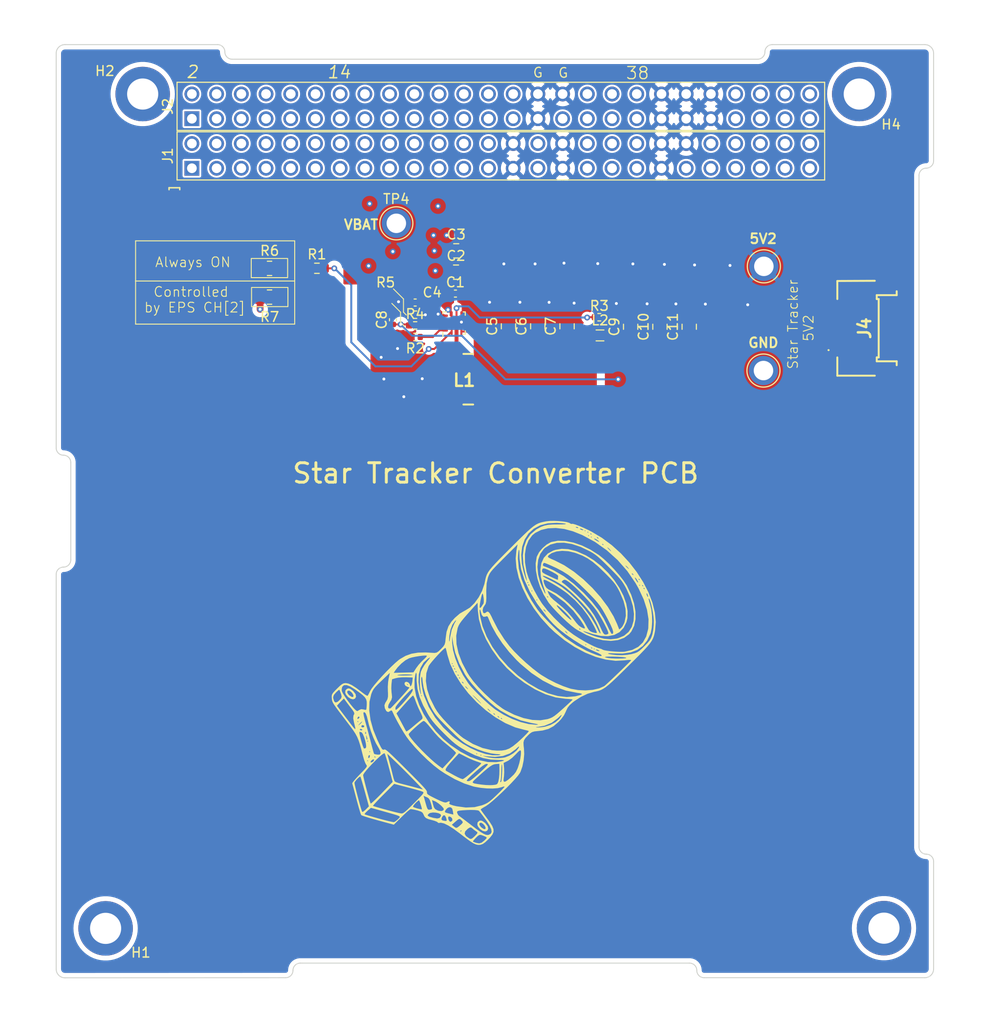
<source format=kicad_pcb>
(kicad_pcb (version 20240108) (generator "pcbnew") (generator_version "8.0")
  (layers (0 "F.Cu" signal) (1 "In1.Cu" signal) (2 "In2.Cu" signal) (31 "B.Cu" signal) (34 "B.Paste" user) (35 "F.Paste" user) (36 "B.SilkS" user "B.Silkscreen") (37 "F.SilkS" user "F.Silkscreen") (38 "B.Mask" user) (39 "F.Mask" user) (44 "Edge.Cuts" user))
  (net 0 "")
  (net 1 "Net-(U1-SW)")
  (net 2 "GND")
  (net 3 "Net-(U1-NR{slash}SS)")
  (net 4 "Net-(U1-VO)")
  (net 5 "Net-(U1-FB)")
  (net 6 "5V2_STR")
  (net 7 "Net-(U1-EN{slash}SYNC)")
  (net 8 "Net-(U1-S-CONF)")
  (net 9 "/P5V_RF_PG")
  (net 39 "GNSS_PPS")
  (net 54 "JTMS-SWDIO")
  (net 56 "3V3_D")
  (net 60 "EPS_VBAT")
  (net 65 "JTDO-SWOTRACE")
  (net 71 "JTCK-SWCLK")
  (net 77 "unconnected-(J2-Pin_21-Pad21)")
  (net 78 "MCU_NRSTD")
  (net 92 "Net-(R1-Pad1)")
  (net 93 "5V_PANELS")
  (net 94 "BUS_SDA")
  (net 95 "BUS_SCL")
  (net 96 "CAN_A+")
  (net 97 "CAN_A-")
  (net 98 "CAN_B-")
  (net 99 "CAN_B+")
  (footprint "TestPoint:TestPoint_Plated_Hole_D2.0mm" (layer "F.Cu") (at 154.5 83.59)
    (property "Reference" "TP4" (at 0 -2.498 0) (layer "F.SilkS"))
    (property "Value" "Vbat")
    (pad "1" thru_hole circle (at 0 0) (size 3 3) (drill 2) (layers "*.Cu" "*.Mask") (net 60 "EPS_VBAT"))
  )
  (footprint "Resistor_SMD:R_0402_1005Metric_Pad0.72x0.64mm_HandSolder" (layer "F.Cu") (at 156.435 94.08)
    (property "Reference" "R4" (at 0 -1.17 0) (layer "F.SilkS"))
    (property "Value" "26.7k")
    (pad "1" smd roundrect (at -0.5975 0) (size 0.715 0.64) (layers "F.Cu" "F.Paste" "F.Mask") (net 6 "5V2_STR"))
    (pad "2" smd roundrect (at 0.5975 0) (size 0.715 0.64) (layers "F.Cu" "F.Paste" "F.Mask") (net 5 "Net-(U1-FB)"))
  )
  (footprint "LOGO" (layer "F.Cu") (at 166.353202 130.988503 -45)
    (property "Reference" "G***" (hide yes))
    (property "Value" "LOGO" (hide yes))
  )
  (footprint "Capacitor_SMD:C_0805_2012Metric" (layer "F.Cu") (at 169.035 94.17 90)
    (property "Reference" "C6" (at 0 -1.68 -90) (layer "F.SilkS"))
    (property "Value" "22uF")
    (pad "1" smd roundrect (at -0.95 0 90) (size 1 1.45) (layers "F.Cu" "F.Paste" "F.Mask") (net 4 "Net-(U1-VO)"))
    (pad "2" smd roundrect (at 0.95 0 90) (size 1 1.45) (layers "F.Cu" "F.Paste" "F.Mask") (net 2 "GND"))
  )
  (footprint "Resistor_SMD:R_0805_2012Metric_Pad1.20x1.40mm_HandSolder" (layer "F.Cu") (at 141.47 88.22)
    (property "Reference" "R6" (at 0.01 -1.81 0) (layer "F.SilkS"))
    (property "Value" "0")
    (pad "1" smd roundrect (at -1 0) (size 1.2 1.4) (layers "F.Cu" "F.Paste" "F.Mask") (roundrect_rratio 0.208333) (net 60 "EPS_VBAT"))
    (pad "2" smd roundrect (at 1 0) (size 1.2 1.4) (layers "F.Cu" "F.Paste" "F.Mask") (roundrect_rratio 0.208333) (net 92 "Net-(R1-Pad1)"))
  )
  (footprint "TPS62913:Texas_VQFN-10-HR_2x2_Pitch0.5mm" (layer "F.Cu") (at 160.435 93.84 90)
    (property "Reference" "U1" (hide yes))
    (property "Value" "TPS62913")
    (pad "1" smd roundrect (at -0.875 -0.25 180) (size 0.2 0.65) (layers "F.Cu" "F.Paste" "F.Mask") (net 7 "Net-(U1-EN{slash}SYNC)"))
    (pad "2" smd roundrect (at -0.7 0.25 180) (size 0.2 1) (layers "F.Cu" "F.Paste" "F.Mask") (net 1 "Net-(U1-SW)"))
    (pad "3" smd roundrect (at -0.875 0.75 180) (size 0.2 0.65) (layers "F.Cu" "F.Paste" "F.Mask") (net 4 "Net-(U1-VO)"))
    (pad "4" smd roundrect (at 0.7 0.75 180) (size 0.2 1) (layers "F.Cu" "F.Paste" "F.Mask") (net 2 "GND"))
    (pad "5" smd roundrect (at 0.875 0.25 180) (size 0.2 0.65) (layers "F.Cu" "F.Paste" "F.Mask") (net 9 "/P5V_RF_PG"))
    (pad "6" smd roundrect (at 0.7 -0.25 180) (size 0.2 1) (layers "F.Cu" "F.Paste" "F.Mask") (net 60 "EPS_VBAT"))
    (pad "7" smd roundrect (at 0.75 -0.925 270) (size 0.25 0.55) (layers "F.Cu" "F.Paste" "F.Mask") (net 2 "GND"))
    (pad "8" smd roundrect (at 0.25 -0.925 270) (size 0.25 0.55) (layers "F.Cu" "F.Paste" "F.Mask") (net 3 "Net-(U1-NR{slash}SS)"))
    (pad "9" smd roundrect (at -0.25 -0.925 270) (size 0.25 0.55) (layers "F.Cu" "F.Paste" "F.Mask") (net 5 "Net-(U1-FB)"))
    (pad "10" smd roundrect (at -0.75 -0.925 90) (size 0.25 0.55) (layers "F.Cu" "F.Paste" "F.Mask") (net 8 "Net-(U1-S-CONF)"))
  )
  (footprint "ASPI-0520LR-2R2M-T2:ASPI-0504-100M-T" (layer "F.Cu") (at 161.895 99.61)
    (property "Reference" "L1" (at -0.416 0.108 0) (layer "F.SilkS") (effects (font (size 1.27 1.27) (thickness 0.254))))
    (property "Value" "2.2u" (hide yes))
    (pad "1" smd rect (at -1.85 0) (size 1.8 5) (layers "F.Cu" "F.Paste" "F.Mask") (net 1 "Net-(U1-SW)"))
    (pad "2" smd rect (at 1.85 0) (size 1.8 5) (layers "F.Cu" "F.Paste" "F.Mask") (net 4 "Net-(U1-VO)"))
  )
  (footprint "Capacitor_SMD:C_0402_1005Metric" (layer "F.Cu") (at 160.575 90.81)
    (property "Reference" "C1" (at 0 -1.16 0) (layer "F.SilkS"))
    (property "Value" "2.2n")
    (pad "1" smd roundrect (at -0.48 0) (size 0.56 0.62) (layers "F.Cu" "F.Paste" "F.Mask") (net 60 "EPS_VBAT"))
    (pad "2" smd roundrect (at 0.48 0) (size 0.56 0.62) (layers "F.Cu" "F.Paste" "F.Mask") (net 2 "GND"))
  )
  (footprint "TestPoint:TestPoint_Plated_Hole_D2.0mm" (layer "F.Cu") (at 192.27 88.01)
    (property "Reference" "TP3" (hide yes))
    (property "Value" "GND")
    (pad "1" thru_hole circle (at 0 0) (size 3 3) (drill 2) (layers "*.Cu" "*.Mask") (net 2 "GND"))
  )
  (footprint "Inductor_SMD:L_0805_2012Metric" (layer "F.Cu") (at 175.43 95.11)
    (property "Reference" "L2" (at 0 -1.55 0) (layer "F.SilkS"))
    (property "Value" "0u")
    (pad "1" smd roundrect (at -1.0625 0) (size 0.875 1.2) (layers "F.Cu" "F.Paste" "F.Mask") (net 4 "Net-(U1-VO)"))
    (pad "2" smd roundrect (at 1.0625 0) (size 0.875 1.2) (layers "F.Cu" "F.Paste" "F.Mask") (net 6 "5V2_STR"))
  )
  (footprint "Capacitor_SMD:C_0402_1005Metric" (layer "F.Cu") (at 156.435 91.73 180)
    (property "Reference" "C4" (at -1.75 1.04 180) (layer "F.SilkS"))
    (property "Value" "2.2u")
    (pad "1" smd roundrect (at -0.48 0 180) (size 0.56 0.62) (layers "F.Cu" "F.Paste" "F.Mask") (net 3 "Net-(U1-NR{slash}SS)"))
    (pad "2" smd roundrect (at 0.48 0 180) (size 0.56 0.62) (layers "F.Cu" "F.Paste" "F.Mask") (net 2 "GND"))
  )
  (footprint "Capacitor_SMD:C_0402_1005Metric" (layer "F.Cu") (at 154.155 93.5 90)
    (property "Reference" "C8" (at 0 -1.16 -90) (layer "F.SilkS"))
    (property "Value" "100n")
    (pad "1" smd roundrect (at -0.48 0 90) (size 0.56 0.62) (layers "F.Cu" "F.Paste" "F.Mask") (net 6 "5V2_STR"))
    (pad "2" smd roundrect (at 0.48 0 90) (size 0.56 0.62) (layers "F.Cu" "F.Paste" "F.Mask") (net 5 "Net-(U1-FB)"))
  )
  (footprint "Capacitor_SMD:C_0805_2012Metric" (layer "F.Cu") (at 184.6 94.22 90)
    (property "Reference" "C11" (at 0 -1.68 -90) (layer "F.SilkS"))
    (property "Value" "22uF")
    (pad "1" smd roundrect (at -0.95 0 90) (size 1 1.45) (layers "F.Cu" "F.Paste" "F.Mask") (net 6 "5V2_STR"))
    (pad "2" smd roundrect (at 0.95 0 90) (size 1 1.45) (layers "F.Cu" "F.Paste" "F.Mask") (net 2 "GND"))
  )
  (footprint "Resistor_SMD:R_0402_1005Metric" (layer "F.Cu") (at 156.445 92.98)
    (property "Reference" "R5" (at -3.05 -3.31 0) (layer "F.SilkS"))
    (property "Value" "4.87k")
    (pad "1" smd roundrect (at -0.51 0) (size 0.54 0.64) (layers "F.Cu" "F.Paste" "F.Mask") (net 5 "Net-(U1-FB)"))
    (pad "2" smd roundrect (at 0.51 0) (size 0.54 0.64) (layers "F.Cu" "F.Paste" "F.Mask") (net 2 "GND"))
  )
  (footprint "librecube_pcb_template:ESQ-126-39-x-D" (layer "F.Cu") (at 133.49 72.84)
    (property "Reference" "J2" (at -2.48 -1.27 90) (layer "F.SilkS"))
    (property "Value" "Η2")
    (pad "1" thru_hole rect (at 0 0) (size 1.524 1.524) (drill 1) (layers "*.Cu" "*.Mask") (net 98 "CAN_B-") (clearance 0.2))
    (pad "2" thru_hole circle (at 0 -2.54) (size 1.524 1.524) (drill 1) (layers "*.Cu" "*.Mask") (clearance 0.2))
    (pad "3" thru_hole circle (at 2.54 0) (size 1.524 1.524) (drill 1) (layers "*.Cu" "*.Mask") (net 99 "CAN_B+") (clearance 0.2))
    (pad "4" thru_hole circle (at 2.54 -2.54) (size 1.524 1.524) (drill 1) (layers "*.Cu" "*.Mask") (clearance 0.2))
    (pad "5" thru_hole circle (at 5.08 0) (size 1.524 1.524) (drill 1) (layers "*.Cu" "*.Mask") (clearance 0.2))
    (pad "6" thru_hole circle (at 5.08 -2.54) (size 1.524 1.524) (drill 1) (layers "*.Cu" "*.Mask") (net 65 "JTDO-SWOTRACE") (clearance 0.2))
    (pad "7" thru_hole circle (at 7.62 0) (size 1.524 1.524) (drill 1) (layers "*.Cu" "*.Mask") (net 54 "JTMS-SWDIO") (clearance 0.2))
    (pad "8" thru_hole circle (at 7.62 -2.54) (size 1.524 1.524) (drill 1) (layers "*.Cu" "*.Mask") (net 71 "JTCK-SWCLK") (clearance 0.2))
    (pad "9" thru_hole circle (at 10.16 0) (size 1.524 1.524) (drill 1) (layers "*.Cu" "*.Mask") (net 78 "MCU_NRSTD") (clearance 0.2))
    (pad "10" thru_hole circle (at 10.16 -2.54) (size 1.524 1.524) (drill 1) (layers "*.Cu" "*.Mask") (net 56 "3V3_D") (clearance 0.2))
    (pad "11" thru_hole circle (at 12.7 0) (size 1.524 1.524) (drill 1) (layers "*.Cu" "*.Mask") (clearance 0.2))
    (pad "12" thru_hole circle (at 12.7 -2.54) (size 1.524 1.524) (drill 1) (layers "*.Cu" "*.Mask") (clearance 0.2))
    (pad "13" thru_hole circle (at 15.24 0) (size 1.524 1.524) (drill 1) (layers "*.Cu" "*.Mask") (clearance 0.2))
    (pad "14" thru_hole circle (at 15.24 -2.54) (size 1.524 1.524) (drill 1) (layers "*.Cu" "*.Mask") (clearance 0.2))
    (pad "15" thru_hole circle (at 17.78 0) (size 1.524 1.524) (drill 1) (layers "*.Cu" "*.Mask") (clearance 0.2))
    (pad "16" thru_hole circle (at 17.78 -2.54) (size 1.524 1.524) (drill 1) (layers "*.Cu" "*.Mask") (clearance 0.2))
    (pad "17" thru_hole circle (at 20.32 0) (size 1.524 1.524) (drill 1) (layers "*.Cu" "*.Mask") (clearance 0.2))
    (pad "18" thru_hole circle (at 20.32 -2.54) (size 1.524 1.524) (drill 1) (layers "*.Cu" "*.Mask") (clearance 0.2))
    (pad "19" thru_hole circle (at 22.86 0) (size 1.524 1.524) (drill 1) (layers "*.Cu" "*.Mask") (clearance 0.2))
    (pad "20" thru_hole circle (at 22.86 -2.54) (size 1.524 1.524) (drill 1) (layers "*.Cu" "*.Mask") (clearance 0.2))
    (pad "21" thru_hole circle (at 25.4 0) (size 1.524 1.524) (drill 1) (layers "*.Cu" "*.Mask") (net 77 "unconnected-(J2-Pin_21-Pad21)") (clearance 0.2))
    (pad "22" thru_hole circle (at 25.4 -2.54) (size 1.524 1.524) (drill 1) (layers "*.Cu" "*.Mask") (clearance 0.2))
    (pad "23" thru_hole circle (at 27.94 0) (size 1.524 1.524) (drill 1) (layers "*.Cu" "*.Mask") (clearance 0.2))
    (pad "24" thru_hole circle (at 27.94 -2.54) (size 1.524 1.524) (drill 1) (layers "*.Cu" "*.Mask") (clearance 0.2))
    (pad "25" thru_hole circle (at 30.48 0) (size 1.524 1.524) (drill 1) (layers "*.Cu" "*.Mask") (clearance 0.2))
    (pad "26" thru_hole circle (at 30.48 -2.54) (size 1.524 1.524) (drill 1) (layers "*.Cu" "*.Mask") (clearance 0.2))
    (pad "27" thru_hole circle (at 33.02 0) (size 1.524 1.524) (drill 1) (layers "*.Cu" "*.Mask") (clearance 0.2))
    (pad "28" thru_hole circle (at 33.02 -2.54) (size 1.524 1.524) (drill 1) (layers "*.Cu" "*.Mask") (clearance 0.2))
    (pad "29" thru_hole circle (at 35.56 0) (size 1.524 1.524) (drill 1) (layers "*.Cu" "*.Mask") (net 2 "GND") (clearance 0.2))
    (pad "30" thru_hole circle (at 35.56 -2.54) (size 1.524 1.524) (drill 1) (layers "*.Cu" "*.Mask") (net 2 "GND") (clearance 0.2))
    (pad "31" thru_hole circle (at 38.1 0) (size 1.524 1.524) (drill 1) (layers "*.Cu" "*.Mask") (clearance 0.2))
    (pad "32" thru_hole circle (at 38.1 -2.54) (size 1.524 1.524) (drill 1) (layers "*.Cu" "*.Mask") (net 2 "GND") (clearance 0.2))
    (pad "33" thru_hole circle (at 40.64 0) (size 1.524 1.524) (drill 1) (layers "*.Cu" "*.Mask") (clearance 0.2))
    (pad "34" thru_hole circle (at 40.64 -2.54) (size 1.524 1.524) (drill 1) (layers "*.Cu" "*.Mask") (clearance 0.2))
    (pad "35" thru_hole circle (at 43.18 0) (size 1.524 1.524) (drill 1) (layers "*.Cu" "*.Mask") (clearance 0.2))
    (pad "36" thru_hole circle (at 43.18 -2.54) (size 1.524 1.524) (drill 1) (layers "*.Cu" "*.Mask") (clearance 0.2))
    (pad "37" thru_hole circle (at 45.72 0) (size 1.524 1.524) (drill 1) (layers "*.Cu" "*.Mask") (clearance 0.2))
    (pad "38" thru_hole circle (at 45.72 -2.54) (size 1.524 1.524) (drill 1) (layers "*.Cu" "*.Mask") (clearance 0.2))
    (pad "39" thru_hole circle (at 48.26 0) (size 1.524 1.524) (drill 1) (layers "*.Cu" "*.Mask") (net 2 "GND") (clearance 0.2))
    (pad "40" thru_hole circle (at 48.26 -2.54) (size 1.524 1.524) (drill 1) (layers "*.Cu" "*.Mask") (net 2 "GND") (clearance 0.2))
    (pad "41" thru_hole circle (at 50.8 0) (size 1.524 1.524) (drill 1) (layers "*.Cu" "*.Mask") (net 2 "GND") (clearance 0.2))
    (pad "42" thru_hole circle (at 50.8 -2.54) (size 1.524 1.524) (drill 1) (layers "*.Cu" "*.Mask") (net 2 "GND") (clearance 0.2))
    (pad "43" thru_hole circle (at 53.34 0) (size 1.524 1.524) (drill 1) (layers "*.Cu" "*.Mask") (net 2 "GND") (clearance 0.2))
    (pad "44" thru_hole circle (at 53.34 -2.54) (size 1.524 1.524) (drill 1) (layers "*.Cu" "*.Mask") (net 2 "GND") (clearance 0.2))
    (pad "45" thru_hole circle (at 55.88 0) (size 1.524 1.524) (drill 1) (layers "*.Cu" "*.Mask") (net 60 "EPS_VBAT") (clearance 0.2))
    (pad "46" thru_hole circle (at 55.88 -2.54) (size 1.524 1.524) (drill 1) (layers "*.Cu" "*.Mask") (net 60 "EPS_VBAT") (clearance 0.2))
    (pad "47" thru_hole circle (at 58.42 0) (size 1.524 1.524) (drill 1) (layers "*.Cu" "*.Mask") (clearance 0.2))
    (pad "48" thru_hole circle (at 58.42 -2.54) (size 1.524 1.524) (drill 1) (layers "*.Cu" "*.Mask") (clearance 0.2))
    (pad "49" thru_hole circle (at 60.96 0) (size 1.524 1.524) (drill 1) (layers "*.Cu" "*.Mask") (clearance 0.2))
    (pad "50" thru_hole circle (at 60.96 -2.54) (size 1.524 1.524) (drill 1) (layers "*.Cu" "*.Mask") (clearance 0.2))
    (pad "51" thru_hole circle (at 63.5 0) (size 1.524 1.524) (drill 1) (layers "*.Cu" "*.Mask") (clearance 0.2))
    (pad "52" thru_hole circle (at 63.5 -2.54) (size 1.524 1.524) (drill 1) (layers "*.Cu" "*.Mask") (clearance 0.2))
  )
  (footprint "Capacitor_SMD:C_0805_2012Metric" (layer "F.Cu") (at 178.58 94.22 90)
    (property "Reference" "C9" (at 0 -1.68 -90) (layer "F.SilkS"))
    (property "Value" "22uF")
    (pad "1" smd roundrect (at -0.95 0 90) (size 1 1.45) (layers "F.Cu" "F.Paste" "F.Mask") (net 6 "5V2_STR"))
    (pad "2" smd roundrect (at 0.95 0 90) (size 1 1.45) (layers "F.Cu" "F.Paste" "F.Mask") (net 2 "GND"))
  )
  (footprint "504050-0491:5040500491" (layer "F.Cu") (at 202.87 94.37 -90)
    (property "Reference" "J4" (at 0 0.245 90) (layer "F.SilkS") (effects (font (size 1.27 1.27) (thickness 0.254))))
    (property "Value" "504050-0491" (hide yes))
    (pad "1" smd rect (at 2.25 3.04 270) (size 0.6 1) (layers "F.Cu" "F.Paste" "F.Mask") (net 6 "5V2_STR"))
    (pad "2" smd rect (at 0.75 3.04 270) (size 0.6 1) (layers "F.Cu" "F.Paste" "F.Mask") (net 6 "5V2_STR"))
    (pad "3" smd rect (at -0.75 3.04 270) (size 0.6 1) (layers "F.Cu" "F.Paste" "F.Mask") (net 2 "GND"))
    (pad "4" smd rect (at -2.25 3.04 270) (size 0.6 1) (layers "F.Cu" "F.Paste" "F.Mask") (net 2 "GND"))
    (pad "MP1" smd rect (at 4.855 -2.15 270) (size 1.25 1.8) (layers "F.Cu" "F.Paste" "F.Mask"))
    (pad "MP2" smd rect (at -4.855 -2.15 270) (size 1.25 1.8) (layers "F.Cu" "F.Paste" "F.Mask"))
  )
  (footprint "Resistor_SMD:R_0603_1608Metric" (layer "F.Cu") (at 146.34 88.21)
    (property "Reference" "R1" (at 0 -1.43 0) (layer "F.SilkS"))
    (property "Value" "2.2k")
    (pad "1" smd roundrect (at -0.825 0) (size 0.8 0.95) (layers "F.Cu" "F.Paste" "F.Mask") (net 92 "Net-(R1-Pad1)"))
    (pad "2" smd roundrect (at 0.825 0) (size 0.8 0.95) (layers "F.Cu" "F.Paste" "F.Mask") (net 7 "Net-(U1-EN{slash}SYNC)"))
  )
  (footprint "Resistor_SMD:R_0402_1005Metric" (layer "F.Cu") (at 156.445 95.27 180)
    (property "Reference" "R2" (at 0 -1.17 180) (layer "F.SilkS"))
    (property "Value" "18.2k")
    (pad "1" smd roundrect (at -0.51 0 180) (size 0.54 0.64) (layers "F.Cu" "F.Paste" "F.Mask") (net 8 "Net-(U1-S-CONF)"))
    (pad "2" smd roundrect (at 0.51 0 180) (size 0.54 0.64) (layers "F.Cu" "F.Paste" "F.Mask") (net 2 "GND"))
  )
  (footprint "MountingHole:MountingHole_3.2mm_M3_DIN965_Pad" (layer "F.Cu") (at 202.073604 70.303604)
    (property "Reference" "H4" (at 3.27 3.13 0) (layer "F.SilkS"))
    (property "Value" "MountingHole_Pad" (hide yes))
    (pad "1" thru_hole circle (at 0 0) (size 5.6 5.6) (drill 3.2) (layers "*.Cu" "*.Mask"))
  )
  (footprint "Capacitor_SMD:C_0805_2012Metric" (layer "F.Cu") (at 160.655 86.42)
    (property "Reference" "C3" (at 0 -1.68 0) (layer "F.SilkS"))
    (property "Value" "6.8u")
    (pad "1" smd roundrect (at -0.95 0) (size 1 1.45) (layers "F.Cu" "F.Paste" "F.Mask") (net 60 "EPS_VBAT"))
    (pad "2" smd roundrect (at 0.95 0) (size 1 1.45) (layers "F.Cu" "F.Paste" "F.Mask") (net 2 "GND"))
  )
  (footprint "Resistor_SMD:R_0805_2012Metric_Pad1.20x1.40mm_HandSolder" (layer "F.Cu") (at 141.47 91.17)
    (property "Reference" "R7" (at 0.01 2.04 0) (layer "F.SilkS"))
    (property "Value" "0")
    (pad "1" smd roundrect (at -1 0) (size 1.2 1.4) (layers "F.Cu" "F.Paste" "F.Mask") (roundrect_rratio 0.208333) (net 93 "5V_PANELS"))
    (pad "2" smd roundrect (at 1 0) (size 1.2 1.4) (layers "F.Cu" "F.Paste" "F.Mask") (roundrect_rratio 0.208333) (net 92 "Net-(R1-Pad1)"))
  )
  (footprint "Capacitor_SMD:C_0805_2012Metric" (layer "F.Cu") (at 160.635 88.61)
    (property "Reference" "C2" (at 0 -1.68 0) (layer "F.SilkS"))
    (property "Value" "6.8u")
    (pad "1" smd roundrect (at -0.95 0) (size 1 1.45) (layers "F.Cu" "F.Paste" "F.Mask") (net 60 "EPS_VBAT"))
    (pad "2" smd roundrect (at 0.95 0) (size 1 1.45) (layers "F.Cu" "F.Paste" "F.Mask") (net 2 "GND"))
  )
  (footprint "librecube_pcb_template:ESQ-126-39-x-D" (layer "F.Cu") (at 133.49 77.93)
    (property "Reference" "J1" (at -2.48 -1.27 90) (layer "F.SilkS"))
    (property "Value" "Η1")
    (pad "1" thru_hole rect (at 0 0) (size 1.524 1.524) (drill 1) (layers "*.Cu" "*.Mask") (net 97 "CAN_A-") (clearance 0.2))
    (pad "2" thru_hole circle (at 0 -2.54) (size 1.524 1.524) (drill 1) (layers "*.Cu" "*.Mask") (clearance 0.2))
    (pad "3" thru_hole circle (at 2.54 0) (size 1.524 1.524) (drill 1) (layers "*.Cu" "*.Mask") (net 96 "CAN_A+") (clearance 0.2))
    (pad "4" thru_hole circle (at 2.54 -2.54) (size 1.524 1.524) (drill 1) (layers "*.Cu" "*.Mask") (clearance 0.2))
    (pad "5" thru_hole circle (at 5.08 0) (size 1.524 1.524) (drill 1) (layers "*.Cu" "*.Mask") (clearance 0.2))
    (pad "6" thru_hole circle (at 5.08 -2.54) (size 1.524 1.524) (drill 1) (layers "*.Cu" "*.Mask") (clearance 0.2))
    (pad "7" thru_hole circle (at 7.62 0) (size 1.524 1.524) (drill 1) (layers "*.Cu" "*.Mask") (clearance 0.2))
    (pad "8" thru_hole circle (at 7.62 -2.54) (size 1.524 1.524) (drill 1) (layers "*.Cu" "*.Mask") (clearance 0.2))
    (pad "9" thru_hole circle (at 10.16 0) (size 1.524 1.524) (drill 1) (layers "*.Cu" "*.Mask") (clearance 0.2))
    (pad "10" thru_hole circle (at 10.16 -2.54) (size 1.524 1.524) (drill 1) (layers "*.Cu" "*.Mask") (clearance 0.2))
    (pad "11" thru_hole circle (at 12.7 0) (size 1.524 1.524) (drill 1) (layers "*.Cu" "*.Mask") (clearance 0.2))
    (pad "12" thru_hole circle (at 12.7 -2.54) (size 1.524 1.524) (drill 1) (layers "*.Cu" "*.Mask") (clearance 0.2))
    (pad "13" thru_hole circle (at 15.24 0) (size 1.524 1.524) (drill 1) (layers "*.Cu" "*.Mask") (clearance 0.2))
    (pad "14" thru_hole circle (at 15.24 -2.54) (size 1.524 1.524) (drill 1) (layers "*.Cu" "*.Mask") (net 39 "GNSS_PPS") (clearance 0.2))
    (pad "15" thru_hole circle (at 17.78 0) (size 1.524 1.524) (drill 1) (layers "*.Cu" "*.Mask") (clearance 0.2))
    (pad "16" thru_hole circle (at 17.78 -2.54) (size 1.524 1.524) (drill 1) (layers "*.Cu" "*.Mask") (clearance 0.2))
    (pad "17" thru_hole circle (at 20.32 0) (size 1.524 1.524) (drill 1) (layers "*.Cu" "*.Mask") (clearance 0.2))
    (pad "18" thru_hole circle (at 20.32 -2.54) (size 1.524 1.524) (drill 1) (layers "*.Cu" "*.Mask") (clearance 0.2))
    (pad "19" thru_hole circle (at 22.86 0) (size 1.524 1.524) (drill 1) (layers "*.Cu" "*.Mask") (clearance 0.2))
    (pad "20" thru_hole circle (at 22.86 -2.54) (size 1.524 1.524) (drill 1) (layers "*.Cu" "*.Mask") (clearance 0.2))
    (pad "21" thru_hole circle (at 25.4 0) (size 1.524 1.524) (drill 1) (layers "*.Cu" "*.Mask") (clearance 0.2))
    (pad "22" thru_hole circle (at 25.4 -2.54) (size 1.524 1.524) (drill 1) (layers "*.Cu" "*.Mask") (clearance 0.2))
    (pad "23" thru_hole circle (at 27.94 0) (size 1.524 1.524) (drill 1) (layers "*.Cu" "*.Mask") (clearance 0.2))
    (pad "24" thru_hole circle (at 27.94 -2.54) (size 1.524 1.524) (drill 1) (layers "*.Cu" "*.Mask") (clearance 0.2))
    (pad "25" thru_hole circle (at 30.48 0) (size 1.524 1.524) (drill 1) (layers "*.Cu" "*.Mask") (clearance 0.2))
    (pad "26" thru_hole circle (at 30.48 -2.54) (size 1.524 1.524) (drill 1) (layers "*.Cu" "*.Mask") (clearance 0.2))
    (pad "27" thru_hole circle (at 33.02 0) (size 1.524 1.524) (drill 1) (layers "*.Cu" "*.Mask") (net 2 "GND") (clearance 0.2))
    (pad "28" thru_hole circle (at 33.02 -2.54) (size 1.524 1.524) (drill 1) (layers "*.Cu" "*.Mask") (net 2 "GND") (clearance 0.2))
    (pad "29" thru_hole circle (at 35.56 0) (size 1.524 1.524) (drill 1) (layers "*.Cu" "*.Mask") (clearance 0.2))
    (pad "30" thru_hole circle (at 35.56 -2.54) (size 1.524 1.524) (drill 1) (layers "*.Cu" "*.Mask") (clearance 0.2))
    (pad "31" thru_hole circle (at 38.1 0) (size 1.524 1.524) (drill 1) (layers "*.Cu" "*.Mask") (net 2 "GND") (clearance 0.2))
    (pad "32" thru_hole circle (at 38.1 -2.54) (size 1.524 1.524) (drill 1) (layers "*.Cu" "*.Mask") (net 2 "GND") (clearance 0.2))
    (pad "33" thru_hole circle (at 40.64 0) (size 1.524 1.524) (drill 1) (layers "*.Cu" "*.Mask") (clearance 0.2))
    (pad "34" thru_hole circle (at 40.64 -2.54) (size 1.524 1.524) (drill 1) (layers "*.Cu" "*.Mask") (clearance 0.2))
    (pad "35" thru_hole circle (at 43.18 0) (size 1.524 1.524) (drill 1) (layers "*.Cu" "*.Mask") (clearance 0.2))
    (pad "36" thru_hole circle (at 43.18 -2.54) (size 1.524 1.524) (drill 1) (layers "*.Cu" "*.Mask") (clearance 0.2))
    (pad "37" thru_hole circle (at 45.72 0) (size 1.524 1.524) (drill 1) (layers "*.Cu" "*.Mask") (clearance 0.2))
    (pad "38" thru_hole circle (at 45.72 -2.54) (size 1.524 1.524) (drill 1) (layers "*.Cu" "*.Mask") (clearance 0.2))
    (pad "39" thru_hole circle (at 48.26 0) (size 1.524 1.524) (drill 1) (layers "*.Cu" "*.Mask") (net 2 "GND") (clearance 0.2))
    (pad "40" thru_hole circle (at 48.26 -2.54) (size 1.524 1.524) (drill 1) (layers "*.Cu" "*.Mask") (net 2 "GND") (clearance 0.2))
    (pad "41" thru_hole circle (at 50.8 0) (size 1.524 1.524) (drill 1) (layers "*.Cu" "*.Mask") (net 94 "BUS_SDA") (clearance 0.2))
    (pad "42" thru_hole circle (at 50.8 -2.54) (size 1.524 1.524) (drill 1) (layers "*.Cu" "*.Mask") (net 2 "GND") (clearance 0.2))
    (pad "43" thru_hole circle (at 53.34 0) (size 1.524 1.524) (drill 1) (layers "*.Cu" "*.Mask") (net 95 "BUS_SCL") (clearance 0.2))
    (pad "44" thru_hole circle (at 53.34 -2.54) (size 1.524 1.524) (drill 1) (layers "*.Cu" "*.Mask") (clearance 0.2))
    (pad "45" thru_hole circle (at 55.88 0) (size 1.524 1.524) (drill 1) (layers "*.Cu" "*.Mask") (clearance 0.2))
    (pad "46" thru_hole circle (at 55.88 -2.54) (size 1.524 1.524) (drill 1) (layers "*.Cu" "*.Mask") (clearance 0.2))
    (pad "47" thru_hole circle (at 58.42 0) (size 1.524 1.524) (drill 1) (layers "*.Cu" "*.Mask") (net 93 "5V_PANELS") (clearance 0.2))
    (pad "48" thru_hole circle (at 58.42 -2.54) (size 1.524 1.524) (drill 1) (layers "*.Cu" "*.Mask") (clearance 0.2))
    (pad "49" thru_hole circle (at 60.96 0) (size 1.524 1.524) (drill 1) (layers "*.Cu" "*.Mask") (clearance 0.2))
    (pad "50" thru_hole circle (at 60.96 -2.54) (size 1.524 1.524) (drill 1) (layers "*.Cu" "*.Mask") (clearance 0.2))
    (pad "51" thru_hole circle (at 63.5 0) (size 1.524 1.524) (drill 1) (layers "*.Cu" "*.Mask") (clearance 0.2))
    (pad "52" thru_hole circle (at 63.5 -2.54) (size 1.524 1.524) (drill 1) (layers "*.Cu" "*.Mask") (clearance 0.2))
  )
  (footprint "MountingHole:MountingHole_3.2mm_M3_DIN965_Pad" (layer "F.Cu") (at 128.433604 70.303604)
    (property "Reference" "H2" (at -3.89 -2.37 0) (layer "F.SilkS"))
    (property "Value" "MountingHole_Pad" (hide yes))
    (pad "1" thru_hole circle (at 0 0) (size 5.6 5.6) (drill 3.2) (layers "*.Cu" "*.Mask"))
  )
  (footprint "TestPoint:TestPoint_Plated_Hole_D2.0mm" (layer "F.Cu") (at 192.23 98.72)
    (property "Reference" "TP2" (hide yes))
    (property "Value" "5V2")
    (pad "1" thru_hole circle (at 0 0) (size 3 3) (drill 2) (layers "*.Cu" "*.Mask") (net 6 "5V2_STR"))
  )
  (footprint "Capacitor_SMD:C_0805_2012Metric" (layer "F.Cu") (at 166.025 94.17 90)
    (property "Reference" "C5" (at 0 -1.68 -90) (layer "F.SilkS"))
    (property "Value" "22uF")
    (pad "1" smd roundrect (at -0.95 0 90) (size 1 1.45) (layers "F.Cu" "F.Paste" "F.Mask") (net 4 "Net-(U1-VO)"))
    (pad "2" smd roundrect (at 0.95 0 90) (size 1 1.45) (layers "F.Cu" "F.Paste" "F.Mask") (net 2 "GND"))
  )
  (footprint "Capacitor_SMD:C_0805_2012Metric" (layer "F.Cu") (at 172.045 94.17 90)
    (property "Reference" "C7" (at 0 -1.68 -90) (layer "F.SilkS"))
    (property "Value" "22uF")
    (pad "1" smd roundrect (at -0.95 0 90) (size 1 1.45) (layers "F.Cu" "F.Paste" "F.Mask") (net 4 "Net-(U1-VO)"))
    (pad "2" smd roundrect (at 0.95 0 90) (size 1 1.45) (layers "F.Cu" "F.Paste" "F.Mask") (net 2 "GND"))
  )
  (footprint "Resistor_SMD:R_0402_1005Metric" (layer "F.Cu") (at 175.36 93.24)
    (property "Reference" "R3" (at 0 -1.17 0) (layer "F.SilkS"))
    (property "Value" "100k")
    (pad "1" smd roundrect (at -0.51 0) (size 0.54 0.64) (layers "F.Cu" "F.Paste" "F.Mask") (net 9 "/P5V_RF_PG"))
    (pad "2" smd roundrect (at 0.51 0) (size 0.54 0.64) (layers "F.Cu" "F.Paste" "F.Mask") (net 6 "5V2_STR"))
  )
  (footprint "MountingHole:MountingHole_3.2mm_M3_DIN965_Pad" (layer "F.Cu") (at 124.623604 156.043604)
    (property "Reference" "H1" (at 3.62 2.49 0) (layer "F.SilkS"))
    (property "Value" "MountingHole_Pad" (hide yes))
    (pad "1" thru_hole circle (at 0 0) (size 5.6 5.6) (drill 3.2) (layers "*.Cu" "*.Mask"))
  )
  (footprint "MountingHole:MountingHole_3.2mm_M3_DIN965_Pad" (layer "F.Cu") (at 204.613604 156.023604)
    (property "Reference" "H3" (hide yes))
    (property "Value" "MountingHole_Pad" (hide yes))
    (pad "1" thru_hole circle (at 0 0) (size 5.6 5.6) (drill 3.2) (layers "*.Cu" "*.Mask"))
  )
  (footprint "Capacitor_SMD:C_0805_2012Metric" (layer "F.Cu") (at 181.59 94.22 90)
    (property "Reference" "C10" (at 0 -1.68 -90) (layer "F.SilkS"))
    (property "Value" "22uF")
    (pad "1" smd roundrect (at -0.95 0 90) (size 1 1.45) (layers "F.Cu" "F.Paste" "F.Mask") (net 6 "5V2_STR"))
    (pad "2" smd roundrect (at 0.95 0 90) (size 1 1.45) (layers "F.Cu" "F.Paste" "F.Mask") (net 2 "GND"))
  )
  (gr_rect (start 139.59 87.2) (end 143.33 89.17) (stroke (width 0.1)) (fill none) (layer "F.SilkS"))
  (gr_line (start 155.235 92.72) (end 155.525 93.01) (stroke (width 0.1)) (layer "F.SilkS"))
  (gr_line (start 155.235 91.36) (end 155.235 92.72) (stroke (width 0.1)) (layer "F.SilkS"))
  (gr_line (start 144.055 85.39) (end 144.055 89.52) (stroke (width 0.1)) (layer "F.SilkS"))
  (gr_line (start 154.935 93.78) (end 155.365 94.21) (stroke (width 0.1)) (layer "F.SilkS"))
  (gr_line (start 131.143604 79.933604) (end 132.243604 79.933604) (stroke (width 0.15)) (layer "F.SilkS"))
  (gr_line (start 154.935 92.72) (end 154.935 93.78) (stroke (width 0.1)) (layer "F.SilkS"))
  (gr_line (start 127.705 89.52) (end 144.055 89.52) (stroke (width 0.1)) (layer "F.SilkS"))
  (gr_line (start 131.143604 80.133604) (end 131.143604 79.933604) (stroke (width 0.15)) (layer "F.SilkS"))
  (gr_line (start 154.205 90.33) (end 155.235 91.36) (stroke (width 0.1)) (layer "F.SilkS"))
  (gr_line (start 154.035 91.82) (end 154.935 92.72) (stroke (width 0.1)) (layer "F.SilkS"))
  (gr_line (start 127.705 93.95) (end 144.055 93.95) (stroke (width 0.1)) (layer "F.SilkS"))
  (gr_rect (start 139.62 90.18) (end 143.36 92.15) (stroke (width 0.1)) (fill none) (layer "F.SilkS"))
  (gr_line (start 127.705 85.39) (end 144.055 85.39) (stroke (width 0.1)) (layer "F.SilkS"))
  (gr_line (start 132.243604 79.933604) (end 132.243604 80.133604) (stroke (width 0.15)) (layer "F.SilkS"))
  (gr_line (start 127.705 89.52) (end 127.705 85.39) (stroke (width 0.1)) (layer "F.SilkS"))
  (gr_line (start 144.055 93.95) (end 144.055 89.52) (stroke (width 0.1)) (layer "F.SilkS"))
  (gr_line (start 127.705 89.52) (end 127.705 93.95) (stroke (width 0.1)) (layer "F.SilkS"))
  (gr_arc (start 209.713604 77.168604) (mid 209.493934 77.698934) (end 208.963604 77.918604) (stroke (width 0.1)) (layer "Edge.Cuts"))
  (gr_line (start 121.043604 118.168604) (end 121.043604 108.168604) (stroke (width 0.1)) (layer "Edge.Cuts"))
  (gr_arc (start 119.543604 119.668604) (mid 119.763274 119.138274) (end 120.293604 118.918604) (stroke (width 0.1)) (layer "Edge.Cuts"))
  (gr_line (start 137.628604 66.723604) (end 191.628604 66.723604) (stroke (width 0.1)) (layer "Edge.Cuts"))
  (gr_arc (start 121.043604 118.168604) (mid 120.823934 118.698934) (end 120.293604 118.918604) (stroke (width 0.1)) (layer "Edge.Cuts"))
  (gr_arc (start 208.963604 148.418604) (mid 208.433274 148.198934) (end 208.213604 147.668604) (stroke (width 0.1)) (layer "Edge.Cuts"))
  (gr_arc (start 184.628604 159.613604) (mid 185.158934 159.833274) (end 185.378604 160.363604) (stroke (width 0.1)) (layer "Edge.Cuts"))
  (gr_arc (start 208.213604 78.668604) (mid 208.433274 78.138274) (end 208.963604 77.918604) (stroke (width 0.1)) (layer "Edge.Cuts"))
  (gr_line (start 208.213604 147.668604) (end 208.213604 78.668604) (stroke (width 0.1)) (layer "Edge.Cuts"))
  (gr_line (start 143.128604 161.113604) (end 120.443604 161.123604) (stroke (width 0.1)) (layer "Edge.Cuts"))
  (gr_line (start 119.543604 119.668604) (end 119.543604 160.223604) (stroke (width 0.1)) (layer "Edge.Cuts"))
  (gr_arc (start 208.813604 65.223604) (mid 209.45 65.487208) (end 209.713604 66.123604) (stroke (width 0.1)) (layer "Edge.Cuts"))
  (gr_arc (start 119.543604 66.123604) (mid 119.807208 65.487208) (end 120.443604 65.223604) (stroke (width 0.1)) (layer "Edge.Cuts"))
  (gr_arc (start 143.878604 160.363604) (mid 144.098274 159.833274) (end 144.628604 159.613604) (stroke (width 0.1)) (layer "Edge.Cuts"))
  (gr_arc (start 208.963604 148.418604) (mid 209.493934 148.638274) (end 209.713604 149.168604) (stroke (width 0.1)) (layer "Edge.Cuts"))
  (gr_arc (start 192.378604 65.973604) (mid 192.158934 66.503934) (end 191.628604 66.723604) (stroke (width 0.1)) (layer "Edge.Cuts"))
  (gr_arc (start 192.378604 65.973604) (mid 192.598274 65.443274) (end 193.128604 65.223604) (stroke (width 0.1)) (layer "Edge.Cuts"))
  (gr_arc (start 120.443604 161.123604) (mid 119.807208 160.86) (end 119.543604 160.223604) (stroke (width 0.1)) (layer "Edge.Cuts"))
  (gr_line (start 144.628604 159.613604) (end 184.628604 159.613604) (stroke (width 0.1)) (layer "Edge.Cuts"))
  (gr_line (start 193.128604 65.223604) (end 208.813604 65.223604) (stroke (width 0.1)) (layer "Edge.Cuts"))
  (gr_line (start 209.713604 149.168604) (end 209.713604 160.213604) (stroke (width 0.1)) (layer "Edge.Cuts"))
  (gr_line (start 209.713604 66.123604) (end 209.713604 77.168604) (stroke (width 0.1)) (layer "Edge.Cuts"))
  (gr_arc (start 136.128604 65.223604) (mid 136.658934 65.443274) (end 136.878604 65.973604) (stroke (width 0.1)) (layer "Edge.Cuts"))
  (gr_line (start 119.543604 66.123604) (end 119.543604 106.668604) (stroke (width 0.1)) (layer "Edge.Cuts"))
  (gr_line (start 186.128604 161.113604) (end 208.813604 161.113604) (stroke (width 0.1)) (layer "Edge.Cuts"))
  (gr_arc (start 209.713604 160.213604) (mid 209.45 160.85) (end 208.813604 161.113604) (stroke (width 0.1)) (layer "Edge.Cuts"))
  (gr_arc (start 186.128604 161.113604) (mid 185.598274 160.893934) (end 185.378604 160.363604) (stroke (width 0.1)) (layer "Edge.Cuts"))
  (gr_arc (start 137.628604 66.723604) (mid 137.098274 66.503934) (end 136.878604 65.973604) (stroke (width 0.1)) (layer "Edge.Cuts"))
  (gr_line (start 120.443604 65.223604) (end 136.128604 65.223604) (stroke (width 0.1)) (layer "Edge.Cuts"))
  (gr_arc (start 143.878604 160.363604) (mid 143.658934 160.893934) (end 143.128604 161.113604) (stroke (width 0.1)) (layer "Edge.Cuts"))
  (gr_arc (start 120.293604 107.418604) (mid 120.823934 107.638274) (end 121.043604 108.168604) (stroke (width 0.1)) (layer "Edge.Cuts"))
  (gr_arc (start 120.293604 107.418604) (mid 119.763274 107.198934) (end 119.543604 106.668604) (stroke (width 0.1)) (layer "Edge.Cuts"))
  (gr_text "Controlled \nby EPS CH[2]" (at 133.78 92.83 0) (layer "F.SilkS") (effects (font (size 1 1) (thickness 0.1)) (justify bottom)))
  (gr_text "14" (at 148.618604 68.058604 0) (layer "F.SilkS") (effects (font (size 1.25 1.25) (thickness 0.15) (italic yes))))
  (gr_text "Star Tracker\n5V2 " (at 197.45 93.97 90) (layer "F.SilkS") (effects (font (size 1 1) (thickness 0.1)) (justify bottom)))
  (gr_text "GND" (at 192.22 96.45 0) (layer "F.SilkS") (effects (font (size 1 1) (thickness 0.2) (bold yes)) (justify bottom)))
  (gr_text "G" (at 171.068604 68.708604 0) (layer "F.SilkS") (effects (font (size 1 1) (thickness 0.125)) (justify left bottom)))
  (gr_text "Star Tracker Converter PCB" (at 164.71 110.45 0) (layer "F.SilkS") (effects (font (size 2 2) (thickness 0.3)) (justify bottom)))
  (gr_text "VBAT" (at 150.88 84.31 0) (layer "F.SilkS") (effects (font (size 1 1) (thickness 0.2) (bold yes)) (justify bottom)))
  (gr_text "Always ON" (at 129.65 88.17 0) (layer "F.SilkS") (effects (font (size 1 1) (thickness 0.1)) (justify left bottom)))
  (gr_text "2" (at 133.543604 68.033604 0) (layer "F.SilkS") (effects (font (size 1.25 1.25) (thickness 0.15) (italic yes))))
  (gr_text "G" (at 168.468604 68.683604 0) (layer "F.SilkS") (effects (font (size 1 1) (thickness 0.125)) (justify left bottom)))
  (gr_text "5V2" (at 192.2 85.76 0) (layer "F.SilkS") (effects (font (size 1 1) (thickness 0.2) (bold yes)) (justify bottom)))
  (gr_text "38" (at 178.018604 68.883604 0) (layer "F.SilkS") (effects (font (size 1.25 1.25) (thickness 0.125)) (justify left bottom)))
  (segment (start 160.685 98.97) (end 160.045 99.61) (width 0.2) (layer "F.Cu") (net 1))
  (segment (start 160.685 94.54) (end 160.685 98.97) (width 0.4) (layer "F.Cu") (net 1))
  (segment (start 158.965 93.09) (end 158.795 92.92) (width 0.2) (layer "F.Cu") (net 2))
  (segment (start 161.32 91.075) (end 161.055 90.81) (width 0.2) (layer "F.Cu") (net 2))
  (segment (start 159.51 93.09) (end 158.965 93.09) (width 0.2) (layer "F.Cu") (net 2))
  (segment (start 161.605 88.59) (end 161.585 88.61) (width 0.2) (layer "F.Cu") (net 2))
  (segment (start 161.585 90.28) (end 161.055 90.81) (width 0.2) (layer "F.Cu") (net 2))
  (segment (start 161.185 93.14) (end 161.185 93.735) (width 0.2) (layer "F.Cu") (net 2))
  (segment (start 161.605 86.42) (end 161.605 88.59) (width 0.2) (layer "F.Cu") (net 2))
  (segment (start 161.185 93.735) (end 161.19 93.74) (width 0.2) (layer "F.Cu") (net 2))
  (segment (start 161.185 93.14) (end 161.32 93.005) (width 0.2) (layer "F.Cu") (net 2))
  (segment (start 161.32 93.005) (end 161.32 91.075) (width 0.2) (layer "F.Cu") (net 2))
  (segment (start 161.585 88.61) (end 161.585 90.28) (width 0.2) (layer "F.Cu") (net 2))
  (via (at 158.795 92.92) (size 0.6) (drill 0.3) (layers "F.Cu" "B.Cu") (net 2))
  (via (at 154.725 91.65) (size 0.6) (drill 0.3) (layers "F.Cu" "B.Cu") (net 2))
  (via (at 154.625 96.46) (size 0.6) (drill 0.3) (layers "F.Cu" "B.Cu") (net 2))
  (via (at 168.76 87.76) (size 0.6) (drill 0.3) (layers "F.Cu" "B.Cu") (net 2))
  (via (at 177.11 91.83) (size 0.6) (drill 0.3) (layers "F.Cu" "B.Cu") (net 2))
  (via (at 153.22 99.59) (size 0.6) (drill 0.3) (layers "F.Cu" "B.Cu") (net 2))
  (via (at 164.08 91.7) (size 0.6) (drill 0.3) (layers "F.Cu" "B.Cu") (net 2))
  (via (at 165.55 87.76) (size 0.6) (drill 0.3) (layers "F.Cu" "B.Cu") (net 2))
  (via (at 180.27 91.86) (size 0.6) (drill 0.3) (layers "F.Cu" "B.Cu") (net 2))
  (via (at 157.48 92.99) (size 0.6) (drill 0.3) (layers "F.Cu" "B.Cu") (net 2))
  (via (at 172.77 91.79) (size 0.6) (drill 0.3) (layers "F.Cu" "B.Cu") (net 2))
  (via (at 152.94 97.36) (size 0.6) (drill 0.3) (layers "F.Cu" "B.Cu") (net 2))
  (via (at 186.26 91.89) (size 0.6) (drill 0.3) (layers "F.Cu" "B.Cu") (net 2))
  (via (at 188.79 87.92) (size 0.6) (drill 0.3) (layers "F.Cu" "B.Cu") (net 2))
  (via (at 178.81 87.76) (size 0.6) (drill 0.3) (layers "F.Cu" "B.Cu") (net 2))
  (via (at 190.61 91.96) (size 0.6) (drill 0.3) (layers "F.Cu" "B.Cu") (net 2))
  (via (at 182.05 87.81) (size 0.6) (drill 0.3) (layers "F.Cu" "B.Cu") (net 2))
  (via (at 175.2 87.73) (size 0.6) (drill 0.3) (layers "F.Cu" "B.Cu") (net 2))
  (via (at 155.27 101.41) (size 0.6) (drill 0.3) (layers "F.Cu" "B.Cu") (net 2))
  (via (at 167.2 91.7) (size 0.6) (drill 0.3) (layers "F.Cu" "B.Cu") (net 2))
  (via (at 183.23 91.87) (size 0.6) (drill 0.3) (layers "F.Cu" "B.Cu") (net 2))
  (via (at 171.73 87.68) (size 0.6) (drill 0.3) (layers "F.Cu" "B.Cu") (net 2))
  (via (at 170.2 91.71) (size 0.6) (drill 0.3) (layers "F.Cu" "B.Cu") (net 2))
  (via (at 185.15 87.87) (size 0.6) (drill 0.3) (layers "F.Cu" "B.Cu") (net 2))
  (via (at 161.19 93.74) (size 0.6) (drill 0.3) (layers "F.Cu" "B.Cu") (net 2))
  (via (at 157.16 99.56) (size 0.6) (drill 0.3) (layers "F.Cu" "B.Cu") (net 2))
  (segment (start 158.575 93.59) (end 158.095 93.11) (width 0.2) (layer "F.Cu") (net 3))
  (segment (start 158.095 92.27) (end 157.555 91.73) (width 0.2) (layer "F.Cu") (net 3))
  (segment (start 157.555 91.73) (end 156.915 91.73) (width 0.2) (layer "F.Cu") (net 3))
  (segment (start 159.51 93.59) (end 158.575 93.59) (width 0.2) (layer "F.Cu") (net 3))
  (segment (start 158.095 93.11) (end 158.095 92.27) (width 0.2) (layer "F.Cu") (net 3))
  (segment (start 161.185 94.715) (end 161.19 94.71) (width 0.2) (layer "F.Cu") (net 4))
  (segment (start 161.19 94.71) (end 165.615 94.71) (width 0.2) (layer "F.Cu") (net 4))
  (segment (start 165.615 94.71) (end 166.025 95.12) (width 0.2) (layer "F.Cu") (net 4))
  (segment (start 156.945 93.99) (end 155.935 92.98) (width 0.2) (layer "F.Cu") (net 5))
  (segment (start 156.945 94.08) (end 159.5 94.08) (width 0.2) (layer "F.Cu") (net 5))
  (segment (start 154.155 93.02) (end 155.895 93.02) (width 0.2) (layer "F.Cu") (net 5))
  (segment (start 156.945 94.08) (end 156.945 93.99) (width 0.2) (layer "F.Cu") (net 5))
  (segment (start 155.895 93.02) (end 155.935 92.98) (width 0.2) (layer "F.Cu") (net 5))
  (segment (start 159.5 94.08) (end 159.51 94.09) (width 0.2) (layer "F.Cu") (net 5))
  (segment (start 154.155 93.98) (end 155.825 93.98) (width 0.2) (layer "F.Cu") (net 6))
  (segment (start 176.4925 93.8625) (end 175.87 93.24) (width 0.2) (layer "F.Cu") (net 6))
  (segment (start 176.4925 95.11) (end 176.4925 93.8625) (width 0.2) (layer "F.Cu") (net 6))
  (segment (start 155.825 93.98) (end 155.925 94.08) (width 0.2) (layer "F.Cu") (net 6))
  (via (at 177.3 99.62) (size 0.6) (drill 0.3) (layers "F.Cu" "B.Cu") (net 6))
  (via (at 154.95 93.98) (size 0.6) (drill 0.3) (layers "F.Cu" "B.Cu") (net 6))
  (segment (start 156.11 95.14) (end 161.23 95.14) (width 0.2) (layer "B.Cu") (net 6))
  (segment (start 165.71 99.62) (end 177.3 99.62) (width 0.2) (layer "B.Cu") (net 6))
  (segment (start 154.95 93.98) (end 156.11 95.14) (width 0.2) (layer "B.Cu") (net 6))
  (segment (start 161.23 95.14) (end 165.71 99.62) (width 0.2) (layer "B.Cu") (net 6))
  (segment (start 147.175 88.22) (end 147.165 88.21) (width 0.2) (layer "F.Cu") (net 7))
  (segment (start 158.4 96.5) (end 160.185 94.715) (width 0.2) (layer "F.Cu") (net 7))
  (segment (start 148.12 88.22) (end 147.175 88.22) (width 0.2) (layer "F.Cu") (net 7))
  (segment (start 157.83 96.5) (end 158.4 96.5) (width 0.2) (layer "F.Cu") (net 7))
  (via (at 157.83 96.5) (size 0.6) (drill 0.3) (layers "F.Cu" "B.Cu") (net 7))
  (via (at 148.12 88.22) (size 0.6) (drill 0.3) (layers "F.Cu" "B.Cu") (net 7))
  (segment (start 156.04 98.29) (end 152.35 98.29) (width 0.2) (layer "B.Cu") (net 7))
  (segment (start 148.16 88.22) (end 148.12 88.22) (width 0.2) (layer "B.Cu") (net 7))
  (segment (start 149.87 95.81) (end 149.87 89.93) (width 0.2) (layer "B.Cu") (net 7))
  (segment (start 152.35 98.29) (end 149.87 95.81) (width 0.2) (layer "B.Cu") (net 7))
  (segment (start 157.83 96.5) (end 156.04 98.29) (width 0.2) (layer "B.Cu") (net 7))
  (segment (start 149.87 89.93) (end 148.16 88.22) (width 0.2) (layer "B.Cu") (net 7))
  (segment (start 158.935 94.59) (end 159.51 94.59) (width 0.2) (layer "F.Cu") (net 8))
  (segment (start 158.255 95.27) (end 158.935 94.59) (width 0.2) (layer "F.Cu") (net 8))
  (segment (start 156.955 95.27) (end 158.255 95.27) (width 0.2) (layer "F.Cu") (net 8))
  (segment (start 174.85 93.24) (end 174.14 93.24) (width 0.2) (layer "F.Cu") (net 9))
  (segment (start 174.14 93.24) (end 174.11 93.27) (width 0.2) (layer "F.Cu") (net 9))
  (segment (start 160.685 92.315) (end 160.69 92.31) (width 0.2) (layer "F.Cu") (net 9))
  (segment (start 160.685 92.965) (end 160.685 92.315) (width 0.2) (layer "F.Cu") (net 9))
  (via (at 174.11 93.27) (size 0.6) (drill 0.3) (layers "F.Cu" "B.Cu") (net 9))
  (via (at 160.69 92.31) (size 0.6) (drill 0.3) (layers "F.Cu" "B.Cu") (net 9))
  (segment (start 174.11 93.27) (end 163.06 93.27) (width 0.2) (layer "B.Cu") (net 9))
  (segment (start 161.91 92.12) (end 160.88 92.12) (width 0.2) (layer "B.Cu") (net 9))
  (segment (start 160.88 92.12) (end 160.69 92.31) (width 0.2) (layer "B.Cu") (net 9))
  (segment (start 163.06 93.27) (end 161.91 92.12) (width 0.2) (layer "B.Cu") (net 9))
  (segment (start 143.4 83.59) (end 154.5 83.59) (width 0.5) (layer "F.Cu") (net 60))
  (segment (start 160.185 93.14) (end 160.185 92.845) (width 0.2) (layer "F.Cu") (net 60))
  (segment (start 160.185 92.845) (end 159.81 92.47) (width 0.2) (layer "F.Cu") (net 60))
  (segment (start 140.47 86.52) (end 143.4 83.59) (width 0.5) (layer "F.Cu") (net 60))
  (segment (start 140.47 88.22) (end 140.47 86.52) (width 0.5) (layer "F.Cu") (net 60))
  (segment (start 160.185 93.14) (end 160.085 93.04) (width 0.2) (layer "F.Cu") (net 60))
  (segment (start 159.705 88.59) (end 159.685 88.61) (width 0.2) (layer "F.Cu") (net 60))
  (segment (start 160.085 93.04) (end 160.085 90.82) (width 0.2) (layer "F.Cu") (net 60))
  (segment (start 159.705 86.42) (end 159.705 88.59) (width 0.2) (layer "F.Cu") (net 60))
  (segment (start 160.085 90.82) (end 160.095 90.81) (width 0.2) (layer "F.Cu") (net 60))
  (segment (start 159.685 88.61) (end 159.685 90.4) (width 0.2) (layer "F.Cu") (net 60))
  (segment (start 159.685 90.4) (end 160.095 90.81) (width 0.2) (layer "F.Cu") (net 60))
  (via (at 151.65 87.96) (size 0.6) (drill 0.3) (layers "F.Cu" "B.Cu") (net 60))
  (via (at 158.41 86.42) (size 0.6) (drill 0.3) (layers "F.Cu" "B.Cu") (net 60))
  (via (at 151.754943 81.572027) (size 0.6) (drill 0.3) (layers "F.Cu" "B.Cu") (net 60))
  (via (at 158.32 84.82) (size 0.6) (drill 0.3) (layers "F.Cu" "B.Cu") (net 60))
  (via (at 158.78 81.82) (size 0.6) (drill 0.3) (layers "F.Cu" "B.Cu") (net 60))
  (via (at 159.67 84.82) (size 0.6) (drill 0.3) (layers "F.Cu" "B.Cu") (net 60))
  (via (at 158.51 88.47) (size 0.6) (drill 0.3) (layers "F.Cu" "B.Cu") (net 60))
  (via (at 154.14 86.49) (size 0.6) (drill 0.3) (layers "F.Cu" "B.Cu") (net 60))
  (via (at 159.81 92.47) (size 0.6) (drill 0.3) (layers "F.Cu" "B.Cu") (net 60))
  (segment (start 159.557104 72.844604) (end 158.891604 72.844604) (width 0.25) (layer "F.Cu") (net 77))
  (segment (start 145.515 88.21) (end 142.48 88.21) (width 0.2) (layer "F.Cu") (net 92))
  (segment (start 142.47 91.17) (end 142.47 88.22) (width 0.2) (layer "F.Cu") (net 92))
  (segment (start 142.48 88.21) (end 142.47 88.22) (width 0.2) (layer "F.Cu") (net 92))
  (segment (start 140.5 91.2) (end 140.47 91.17) (width 0.7) (layer "F.Cu") (net 93))
  (segment (start 140.5 92.43) (end 140.5 91.2) (width 0.7) (layer "F.Cu") (net 93))
  (via (at 140.5 92.43) (size 0.6) (drill 0.3) (layers "F.Cu" "B.Cu") (net 93))
  (zone (net 60) (net_name "EPS_VBAT") (layer "F.Cu") (priority 2) (connect_pads yes (clearance 0.3)) (min_thickness 0.25) (fill yes (thermal_gap 0.5) (thermal_bridge_width 0.5))
    (polygon (pts (xy 149.06 80.27) (xy 149.06 89.87) (xy 160.43 89.87) (xy 160.43 80.27)))
  )
  (zone (net 2) (net_name "GND") (layer "F.Cu") (priority 1) (connect_pads yes (clearance 0.3)) (min_thickness 0.25) (fill yes (thermal_gap 0.5) (thermal_bridge_width 0.5))
    (polygon (pts (xy 151.845 90.23) (xy 156.785 90.23) (xy 159.585 93.03) (xy 159.585 102.09) (xy 151.845 102.09)))
  )
  (zone (net 4) (net_name "Net-(U1-VO)") (layer "F.Cu") (priority 2) (connect_pads yes (clearance 0.5)) (min_thickness 0.25) (fill yes (thermal_gap 0.5) (thermal_bridge_width 0.5))
    (polygon (pts (xy 162.45 94.32) (xy 162.45 102.36) (xy 175.1 102.36) (xy 175.1 94.32)))
  )
  (zone (net 2) (net_name "GND") (layer "F.Cu") (priority 2) (connect_pads yes (clearance 0.3)) (min_thickness 0.25) (fill yes (thermal_gap 0.5) (thermal_bridge_width 0.5))
    (polygon (pts (xy 160.77 84.24) (xy 160.77 93.94) (xy 200.41 93.94) (xy 200.41 84.24)))
  )
  (zone (net 6) (net_name "5V2_STR") (layer "F.Cu") (priority 2) (connect_pads yes (clearance 0.5)) (min_thickness 0.25) (fill yes (thermal_gap 0.5) (thermal_bridge_width 0.5))
    (polygon (pts (xy 175.93 94.65) (xy 175.93 102.34) (xy 200.34 102.34) (xy 200.34 94.65)))
  )
  (zone (net 60) (net_name "EPS_VBAT") (layer "F.Cu") (priority 3) (connect_pads yes (clearance 0.3)) (min_thickness 0.25) (fill yes (thermal_gap 0.5) (thermal_bridge_width 0.5))
    (polygon (pts (xy 160.43 93.8) (xy 160.43 89.76) (xy 157.19 89.76) (xy 157.19 90.21) (xy 160.02 93.04) (xy 160.02 93.8)))
  )
  (zone (net 2) (net_name "GND") (layers "In1.Cu" "B.Cu") (connect_pads (clearance 0.5)) (min_thickness 0.25) (fill yes (thermal_gap 0.5) (thermal_bridge_width 0.5))
    (polygon (pts (xy 114.02 60.64) (xy 216.64 60.64) (xy 216.64 165.28) (xy 216.06 165.86) (xy 113.77 165.86) (xy 113.77 60.89)))
  )
)
</source>
